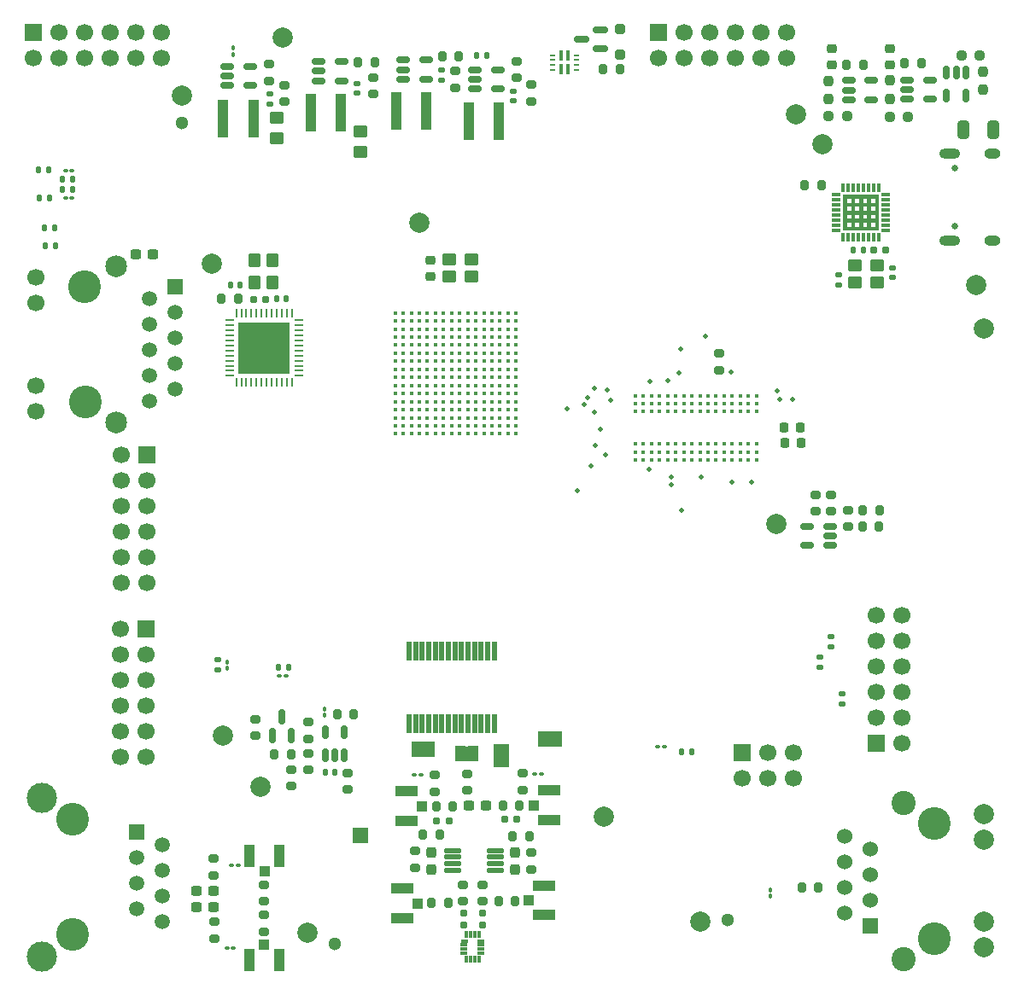
<source format=gbr>
G04 #@! TF.GenerationSoftware,KiCad,Pcbnew,9.0.3-9.0.3-0~ubuntu24.04.1*
G04 #@! TF.CreationDate,2025-07-29T11:11:21+02:00*
G04 #@! TF.ProjectId,acoustic-carrier-board,61636f75-7374-4696-932d-636172726965,rev?*
G04 #@! TF.SameCoordinates,Original*
G04 #@! TF.FileFunction,Soldermask,Top*
G04 #@! TF.FilePolarity,Negative*
%FSLAX46Y46*%
G04 Gerber Fmt 4.6, Leading zero omitted, Abs format (unit mm)*
G04 Created by KiCad (PCBNEW 9.0.3-9.0.3-0~ubuntu24.04.1) date 2025-07-29 11:11:21*
%MOMM*%
%LPD*%
G01*
G04 APERTURE LIST*
G04 Aperture macros list*
%AMRoundRect*
0 Rectangle with rounded corners*
0 $1 Rounding radius*
0 $2 $3 $4 $5 $6 $7 $8 $9 X,Y pos of 4 corners*
0 Add a 4 corners polygon primitive as box body*
4,1,4,$2,$3,$4,$5,$6,$7,$8,$9,$2,$3,0*
0 Add four circle primitives for the rounded corners*
1,1,$1+$1,$2,$3*
1,1,$1+$1,$4,$5*
1,1,$1+$1,$6,$7*
1,1,$1+$1,$8,$9*
0 Add four rect primitives between the rounded corners*
20,1,$1+$1,$2,$3,$4,$5,0*
20,1,$1+$1,$4,$5,$6,$7,0*
20,1,$1+$1,$6,$7,$8,$9,0*
20,1,$1+$1,$8,$9,$2,$3,0*%
G04 Aperture macros list end*
%ADD10C,0.000000*%
%ADD11RoundRect,0.200000X0.200000X0.275000X-0.200000X0.275000X-0.200000X-0.275000X0.200000X-0.275000X0*%
%ADD12RoundRect,0.150000X-0.512500X-0.150000X0.512500X-0.150000X0.512500X0.150000X-0.512500X0.150000X0*%
%ADD13C,0.500000*%
%ADD14R,1.500000X1.000000*%
%ADD15RoundRect,0.237500X0.237500X-0.300000X0.237500X0.300000X-0.237500X0.300000X-0.237500X-0.300000X0*%
%ADD16RoundRect,0.237500X-0.300000X-0.237500X0.300000X-0.237500X0.300000X0.237500X-0.300000X0.237500X0*%
%ADD17RoundRect,0.135000X-0.185000X0.135000X-0.185000X-0.135000X0.185000X-0.135000X0.185000X0.135000X0*%
%ADD18RoundRect,0.140000X0.170000X-0.140000X0.170000X0.140000X-0.170000X0.140000X-0.170000X-0.140000X0*%
%ADD19C,0.446000*%
%ADD20C,2.000000*%
%ADD21C,3.250000*%
%ADD22R,1.500000X1.500000*%
%ADD23C,1.500000*%
%ADD24C,3.000000*%
%ADD25RoundRect,0.135000X-0.135000X-0.185000X0.135000X-0.185000X0.135000X0.185000X-0.135000X0.185000X0*%
%ADD26RoundRect,0.010000X-0.225000X0.875000X-0.225000X-0.875000X0.225000X-0.875000X0.225000X0.875000X0*%
%ADD27RoundRect,0.150000X0.587500X0.150000X-0.587500X0.150000X-0.587500X-0.150000X0.587500X-0.150000X0*%
%ADD28R,1.700000X1.700000*%
%ADD29C,1.700000*%
%ADD30RoundRect,0.200000X-0.275000X0.200000X-0.275000X-0.200000X0.275000X-0.200000X0.275000X0.200000X0*%
%ADD31RoundRect,0.135000X0.135000X0.185000X-0.135000X0.185000X-0.135000X-0.185000X0.135000X-0.185000X0*%
%ADD32RoundRect,0.100000X-0.130000X-0.100000X0.130000X-0.100000X0.130000X0.100000X-0.130000X0.100000X0*%
%ADD33C,0.430000*%
%ADD34RoundRect,0.200000X-0.200000X-0.275000X0.200000X-0.275000X0.200000X0.275000X-0.200000X0.275000X0*%
%ADD35RoundRect,0.160000X0.197500X0.160000X-0.197500X0.160000X-0.197500X-0.160000X0.197500X-0.160000X0*%
%ADD36RoundRect,0.200000X0.275000X-0.200000X0.275000X0.200000X-0.275000X0.200000X-0.275000X-0.200000X0*%
%ADD37R,1.000000X1.500000*%
%ADD38RoundRect,0.135000X0.185000X-0.135000X0.185000X0.135000X-0.185000X0.135000X-0.185000X-0.135000X0*%
%ADD39RoundRect,0.250000X-0.450000X0.350000X-0.450000X-0.350000X0.450000X-0.350000X0.450000X0.350000X0*%
%ADD40RoundRect,0.237500X0.250000X0.237500X-0.250000X0.237500X-0.250000X-0.237500X0.250000X-0.237500X0*%
%ADD41RoundRect,0.237500X-0.250000X-0.237500X0.250000X-0.237500X0.250000X0.237500X-0.250000X0.237500X0*%
%ADD42RoundRect,0.218750X-0.256250X0.218750X-0.256250X-0.218750X0.256250X-0.218750X0.256250X0.218750X0*%
%ADD43RoundRect,0.100000X0.130000X0.100000X-0.130000X0.100000X-0.130000X-0.100000X0.130000X-0.100000X0*%
%ADD44RoundRect,0.100000X0.100000X-0.130000X0.100000X0.130000X-0.100000X0.130000X-0.100000X-0.130000X0*%
%ADD45RoundRect,0.218750X-0.218750X-0.256250X0.218750X-0.256250X0.218750X0.256250X-0.218750X0.256250X0*%
%ADD46R,1.100000X3.700000*%
%ADD47C,1.300000*%
%ADD48RoundRect,0.237500X0.300000X0.237500X-0.300000X0.237500X-0.300000X-0.237500X0.300000X-0.237500X0*%
%ADD49RoundRect,0.237500X0.237500X-0.250000X0.237500X0.250000X-0.237500X0.250000X-0.237500X-0.250000X0*%
%ADD50RoundRect,0.150000X0.512500X0.150000X-0.512500X0.150000X-0.512500X-0.150000X0.512500X-0.150000X0*%
%ADD51R,1.000000X1.050000*%
%ADD52R,1.050000X2.200000*%
%ADD53C,3.249981*%
%ADD54R,1.524000X1.524000*%
%ADD55C,1.524000*%
%ADD56C,1.999996*%
%ADD57C,2.400046*%
%ADD58RoundRect,0.062500X-0.375000X-0.062500X0.375000X-0.062500X0.375000X0.062500X-0.375000X0.062500X0*%
%ADD59RoundRect,0.062500X-0.062500X-0.375000X0.062500X-0.375000X0.062500X0.375000X-0.062500X0.375000X0*%
%ADD60R,5.150000X5.150000*%
%ADD61R,1.050000X1.000000*%
%ADD62R,2.200000X1.050000*%
%ADD63RoundRect,0.237500X-0.237500X0.250000X-0.237500X-0.250000X0.237500X-0.250000X0.237500X0.250000X0*%
%ADD64RoundRect,0.140000X0.140000X0.170000X-0.140000X0.170000X-0.140000X-0.170000X0.140000X-0.170000X0*%
%ADD65RoundRect,0.250000X0.450000X0.350000X-0.450000X0.350000X-0.450000X-0.350000X0.450000X-0.350000X0*%
%ADD66RoundRect,0.250000X0.325000X0.650000X-0.325000X0.650000X-0.325000X-0.650000X0.325000X-0.650000X0*%
%ADD67R,0.399999X1.050000*%
%ADD68R,0.599999X0.200000*%
%ADD69RoundRect,0.150000X0.150000X-0.512500X0.150000X0.512500X-0.150000X0.512500X-0.150000X-0.512500X0*%
%ADD70RoundRect,0.010000X-0.406400X0.127000X-0.406400X-0.127000X0.406400X-0.127000X0.406400X0.127000X0*%
%ADD71RoundRect,0.010000X0.127000X0.406400X-0.127000X0.406400X-0.127000X-0.406400X0.127000X-0.406400X0*%
%ADD72RoundRect,0.140000X-0.140000X-0.170000X0.140000X-0.170000X0.140000X0.170000X-0.140000X0.170000X0*%
%ADD73RoundRect,0.150000X-0.150000X0.512500X-0.150000X-0.512500X0.150000X-0.512500X0.150000X0.512500X0*%
%ADD74RoundRect,0.045625X0.305375X0.136875X-0.305375X0.136875X-0.305375X-0.136875X0.305375X-0.136875X0*%
%ADD75RoundRect,0.045000X0.256500X0.135000X-0.256500X0.135000X-0.256500X-0.135000X0.256500X-0.135000X0*%
%ADD76RoundRect,0.045000X-0.135000X0.256500X-0.135000X-0.256500X0.135000X-0.256500X0.135000X0.256500X0*%
%ADD77RoundRect,0.250000X-0.250000X0.250000X-0.250000X-0.250000X0.250000X-0.250000X0.250000X0.250000X0*%
%ADD78RoundRect,0.237500X-0.237500X0.300000X-0.237500X-0.300000X0.237500X-0.300000X0.237500X0.300000X0*%
%ADD79RoundRect,0.225000X0.250000X-0.225000X0.250000X0.225000X-0.250000X0.225000X-0.250000X-0.225000X0*%
%ADD80RoundRect,0.165000X0.165000X-0.202500X0.165000X0.202500X-0.165000X0.202500X-0.165000X-0.202500X0*%
%ADD81RoundRect,0.160000X-0.197500X-0.160000X0.197500X-0.160000X0.197500X0.160000X-0.197500X0.160000X0*%
%ADD82R,1.520000X1.520000*%
%ADD83C,1.520000*%
%ADD84C,2.160000*%
%ADD85RoundRect,0.125500X0.688000X0.125500X-0.688000X0.125500X-0.688000X-0.125500X0.688000X-0.125500X0*%
%ADD86RoundRect,0.250000X-0.350000X0.450000X-0.350000X-0.450000X0.350000X-0.450000X0.350000X0.450000X0*%
%ADD87RoundRect,0.160000X0.160000X-0.197500X0.160000X0.197500X-0.160000X0.197500X-0.160000X-0.197500X0*%
%ADD88RoundRect,0.150000X0.150000X-0.587500X0.150000X0.587500X-0.150000X0.587500X-0.150000X-0.587500X0*%
%ADD89C,0.650000*%
%ADD90O,1.600000X1.000000*%
%ADD91O,2.100000X1.000000*%
G04 APERTURE END LIST*
G36*
X92710000Y-125900000D02*
G01*
X94210000Y-125900000D01*
X94210000Y-125600000D01*
X92710000Y-125600000D01*
X92710000Y-125900000D01*
G37*
G36*
X85510000Y-124390000D02*
G01*
X85810000Y-124390000D01*
X85810000Y-125890000D01*
X85510000Y-125890000D01*
X85510000Y-124390000D01*
G37*
G36*
X98110000Y-123350000D02*
G01*
X98410000Y-123350000D01*
X98410000Y-124850000D01*
X98110000Y-124850000D01*
X98110000Y-123350000D01*
G37*
D10*
G36*
X127717800Y-73673300D02*
G01*
X127333600Y-73673300D01*
X127333600Y-70142700D01*
X127717800Y-70142700D01*
X127717800Y-73673300D01*
G37*
G36*
X128505200Y-73673300D02*
G01*
X128117800Y-73673300D01*
X128117800Y-70142700D01*
X128505200Y-70142700D01*
X128505200Y-73673300D01*
G37*
G36*
X129292600Y-73673300D02*
G01*
X128905200Y-73673300D01*
X128905200Y-70142700D01*
X129292600Y-70142700D01*
X129292600Y-73673300D01*
G37*
G36*
X130080000Y-73673300D02*
G01*
X129692600Y-73673300D01*
X129692600Y-70142700D01*
X130080000Y-70142700D01*
X130080000Y-73673300D01*
G37*
G36*
X130864200Y-70526900D02*
G01*
X127333600Y-70526900D01*
X127333600Y-70142700D01*
X130864200Y-70142700D01*
X130864200Y-70526900D01*
G37*
G36*
X130864200Y-71314300D02*
G01*
X127333600Y-71314300D01*
X127333600Y-70926900D01*
X130864200Y-70926900D01*
X130864200Y-71314300D01*
G37*
G36*
X130864200Y-72101700D02*
G01*
X127333600Y-72101700D01*
X127333600Y-71714300D01*
X130864200Y-71714300D01*
X130864200Y-72101700D01*
G37*
G36*
X130864200Y-72889100D02*
G01*
X127333600Y-72889100D01*
X127333600Y-72501700D01*
X130864200Y-72501700D01*
X130864200Y-72889100D01*
G37*
G36*
X130864200Y-73673300D02*
G01*
X127333600Y-73673300D01*
X127333600Y-73289100D01*
X130864200Y-73289100D01*
X130864200Y-73673300D01*
G37*
G36*
X130864200Y-73673300D02*
G01*
X130480000Y-73673300D01*
X130480000Y-70142700D01*
X130864200Y-70142700D01*
X130864200Y-73673300D01*
G37*
G36*
X90160000Y-126350000D02*
G01*
X89860000Y-126350000D01*
X89860000Y-124850000D01*
X90160000Y-124850000D01*
X90160000Y-126350000D01*
G37*
D11*
X89230000Y-56365000D03*
X87580000Y-56365000D03*
D12*
X133617500Y-58730000D03*
X133617500Y-59680000D03*
X133617500Y-60630000D03*
X135892500Y-60630000D03*
X135892500Y-58730000D03*
D13*
X101950000Y-90270000D03*
X102780000Y-94960000D03*
D14*
X93460000Y-126400000D03*
X93460000Y-125100000D03*
D15*
X86517500Y-137092500D03*
X86517500Y-135367500D03*
D16*
X63195000Y-139215000D03*
X64920000Y-139215000D03*
D17*
X127190000Y-119610000D03*
X127190000Y-120630000D03*
D18*
X79155000Y-60045000D03*
X79155000Y-59085000D03*
D19*
X106720000Y-96450000D03*
X106720000Y-95650000D03*
X106720000Y-94850000D03*
X106720000Y-91650000D03*
X106720000Y-90850000D03*
X106720000Y-90050000D03*
X107520000Y-96450000D03*
X107520000Y-95650000D03*
X107520000Y-94850000D03*
X107520000Y-91650000D03*
X107520000Y-90850000D03*
X107520000Y-90050000D03*
X108320000Y-96450000D03*
X108320000Y-95650000D03*
X108320000Y-94850000D03*
X108320000Y-91650000D03*
X108320000Y-90850000D03*
X108320000Y-90050000D03*
X109120000Y-96450000D03*
X109120000Y-95650000D03*
X109120000Y-94850000D03*
X109120000Y-91650000D03*
X109120000Y-90850000D03*
X109120000Y-90050000D03*
X109920000Y-96450000D03*
X109920000Y-95650000D03*
X109920000Y-94850000D03*
X109920000Y-91650000D03*
X109920000Y-90850000D03*
X109920000Y-90050000D03*
X110720000Y-96450000D03*
X110720000Y-95650000D03*
X110720000Y-94850000D03*
X110720000Y-91650000D03*
X110720000Y-90850000D03*
X110720000Y-90050000D03*
X111520000Y-96450000D03*
X111520000Y-95650000D03*
X111520000Y-94850000D03*
X111520000Y-91650000D03*
X111520000Y-90850000D03*
X111520000Y-90050000D03*
X112320000Y-96450000D03*
X112320000Y-95650000D03*
X112320000Y-94850000D03*
X112320000Y-91650000D03*
X112320000Y-90850000D03*
X112320000Y-90050000D03*
X113120000Y-96450000D03*
X113120000Y-95650000D03*
X113120000Y-94850000D03*
X113120000Y-91650000D03*
X113120000Y-90850000D03*
X113120000Y-90050000D03*
X113920000Y-96450000D03*
X113920000Y-95650000D03*
X113920000Y-94850000D03*
X113920000Y-91650000D03*
X113920000Y-90850000D03*
X113920000Y-90050000D03*
X114720000Y-96450000D03*
X114720000Y-95650000D03*
X114720000Y-94850000D03*
X114720000Y-91650000D03*
X114720000Y-90850000D03*
X114720000Y-90050000D03*
X115520000Y-96450000D03*
X115520000Y-95650000D03*
X115520000Y-94850000D03*
X115520000Y-91650000D03*
X115520000Y-90850000D03*
X115520000Y-90050000D03*
X116320000Y-96450000D03*
X116320000Y-95650000D03*
X116320000Y-94850000D03*
X116320000Y-91650000D03*
X116320000Y-90850000D03*
X116320000Y-90050000D03*
X117120000Y-96450000D03*
X117120000Y-95650000D03*
X117120000Y-94850000D03*
X117120000Y-91650000D03*
X117120000Y-90850000D03*
X117120000Y-90050000D03*
X117920000Y-96450000D03*
X117920000Y-95650000D03*
X117920000Y-94850000D03*
X117920000Y-91650000D03*
X117920000Y-90850000D03*
X117920000Y-90050000D03*
X118720000Y-96450000D03*
X118720000Y-95650000D03*
X118720000Y-94850000D03*
X118720000Y-91650000D03*
X118720000Y-90850000D03*
X118720000Y-90050000D03*
D20*
X64740000Y-76940000D03*
D21*
X50900000Y-132110000D03*
X50900000Y-143540000D03*
D22*
X57250000Y-133380000D03*
D23*
X59790000Y-134650000D03*
X57250000Y-135920000D03*
X59790000Y-137190000D03*
X57250000Y-138460000D03*
X59790000Y-139730000D03*
X57250000Y-141000000D03*
X59790000Y-142270000D03*
D24*
X47850000Y-129975000D03*
X47850000Y-145675000D03*
D13*
X110250000Y-98160000D03*
D25*
X49910000Y-69610000D03*
X50930000Y-69610000D03*
D26*
X92735000Y-115410000D03*
X92085000Y-115410000D03*
X91435000Y-115410000D03*
X90785000Y-115410000D03*
X90135000Y-115410000D03*
X89485000Y-115410000D03*
X88835000Y-115410000D03*
X88185000Y-115410000D03*
X87535000Y-115410000D03*
X86885000Y-115410000D03*
X86235000Y-115410000D03*
X85585000Y-115410000D03*
X84935000Y-115410000D03*
X84285000Y-115410000D03*
X84285000Y-122610000D03*
X84935000Y-122610000D03*
X85585000Y-122610000D03*
X86235000Y-122610000D03*
X86885000Y-122610000D03*
X87535000Y-122610000D03*
X88185000Y-122610000D03*
X88835000Y-122610000D03*
X89485000Y-122610000D03*
X90135000Y-122610000D03*
X90785000Y-122610000D03*
X91435000Y-122610000D03*
X92085000Y-122610000D03*
X92735000Y-122610000D03*
D27*
X103227502Y-55629999D03*
X103227502Y-53729999D03*
X101352502Y-54679999D03*
D18*
X70505000Y-61095000D03*
X70505000Y-60135000D03*
D28*
X58250000Y-113220000D03*
D29*
X58250000Y-115760000D03*
X58250000Y-118300000D03*
X58250000Y-120840000D03*
X58250000Y-123380000D03*
X58250000Y-125920000D03*
X55710000Y-113220000D03*
X55710000Y-115760000D03*
X55710000Y-118300000D03*
X55710000Y-120840000D03*
X55710000Y-123380000D03*
X55710000Y-125920000D03*
D30*
X95525000Y-127535000D03*
X95525000Y-129185000D03*
D13*
X122290000Y-90460000D03*
D31*
X91980000Y-56270000D03*
X90960000Y-56270000D03*
D32*
X66710000Y-136680000D03*
X67350000Y-136680000D03*
D33*
X82900000Y-81850000D03*
X83700000Y-81850000D03*
X84500000Y-81850000D03*
X85300000Y-81850000D03*
X86100000Y-81850000D03*
X86900000Y-81850000D03*
X87700000Y-81850000D03*
X88500000Y-81850000D03*
X89300000Y-81850000D03*
X90100000Y-81850000D03*
X90900000Y-81850000D03*
X91700000Y-81850000D03*
X92500000Y-81850000D03*
X93300000Y-81850000D03*
X94100000Y-81850000D03*
X94900000Y-81850000D03*
X82900000Y-82650000D03*
X83700000Y-82650000D03*
X84500000Y-82650000D03*
X85300000Y-82650000D03*
X86100000Y-82650000D03*
X86900000Y-82650000D03*
X87700000Y-82650000D03*
X88500000Y-82650000D03*
X89300000Y-82650000D03*
X90100000Y-82650000D03*
X90900000Y-82650000D03*
X91700000Y-82650000D03*
X92500000Y-82650000D03*
X93300000Y-82650000D03*
X94100000Y-82650000D03*
X94900000Y-82650000D03*
X82900000Y-83450000D03*
X83700000Y-83450000D03*
X84500000Y-83450000D03*
X85300000Y-83450000D03*
X86100000Y-83450000D03*
X86900000Y-83450000D03*
X87700000Y-83450000D03*
X88500000Y-83450000D03*
X89300000Y-83450000D03*
X90100000Y-83450000D03*
X90900000Y-83450000D03*
X91700000Y-83450000D03*
X92500000Y-83450000D03*
X93300000Y-83450000D03*
X94100000Y-83450000D03*
X94900000Y-83450000D03*
X82900000Y-84250000D03*
X83700000Y-84250000D03*
X84500000Y-84250000D03*
X85300000Y-84250000D03*
X86100000Y-84250000D03*
X86900000Y-84250000D03*
X87700000Y-84250000D03*
X88500000Y-84250000D03*
X89300000Y-84250000D03*
X90100000Y-84250000D03*
X90900000Y-84250000D03*
X91700000Y-84250000D03*
X92500000Y-84250000D03*
X93300000Y-84250000D03*
X94100000Y-84250000D03*
X94900000Y-84250000D03*
X82900000Y-85050000D03*
X83700000Y-85050000D03*
X84500000Y-85050000D03*
X85300000Y-85050000D03*
X86100000Y-85050000D03*
X86900000Y-85050000D03*
X87700000Y-85050000D03*
X88500000Y-85050000D03*
X89300000Y-85050000D03*
X90100000Y-85050000D03*
X90900000Y-85050000D03*
X91700000Y-85050000D03*
X92500000Y-85050000D03*
X93300000Y-85050000D03*
X94100000Y-85050000D03*
X94900000Y-85050000D03*
X82900000Y-85850000D03*
X83700000Y-85850000D03*
X84500000Y-85850000D03*
X85300000Y-85850000D03*
X86100000Y-85850000D03*
X86900000Y-85850000D03*
X87700000Y-85850000D03*
X88500000Y-85850000D03*
X89300000Y-85850000D03*
X90100000Y-85850000D03*
X90900000Y-85850000D03*
X91700000Y-85850000D03*
X92500000Y-85850000D03*
X93300000Y-85850000D03*
X94100000Y-85850000D03*
X94900000Y-85850000D03*
X82900000Y-86650000D03*
X83700000Y-86650000D03*
X84500000Y-86650000D03*
X85300000Y-86650000D03*
X86100000Y-86650000D03*
X86900000Y-86650000D03*
X87700000Y-86650000D03*
X88500000Y-86650000D03*
X89300000Y-86650000D03*
X90100000Y-86650000D03*
X90900000Y-86650000D03*
X91700000Y-86650000D03*
X92500000Y-86650000D03*
X93300000Y-86650000D03*
X94100000Y-86650000D03*
X94900000Y-86650000D03*
X82900000Y-87450000D03*
X83700000Y-87450000D03*
X84500000Y-87450000D03*
X85300000Y-87450000D03*
X86100000Y-87450000D03*
X86900000Y-87450000D03*
X87700000Y-87450000D03*
X88500000Y-87450000D03*
X89300000Y-87450000D03*
X90100000Y-87450000D03*
X90900000Y-87450000D03*
X91700000Y-87450000D03*
X92500000Y-87450000D03*
X93300000Y-87450000D03*
X94100000Y-87450000D03*
X94900000Y-87450000D03*
X82900000Y-88250000D03*
X83700000Y-88250000D03*
X84500000Y-88250000D03*
X85300000Y-88250000D03*
X86100000Y-88250000D03*
X86900000Y-88250000D03*
X87700000Y-88250000D03*
X88500000Y-88250000D03*
X89300000Y-88250000D03*
X90100000Y-88250000D03*
X90900000Y-88250000D03*
X91700000Y-88250000D03*
X92500000Y-88250000D03*
X93300000Y-88250000D03*
X94100000Y-88250000D03*
X94900000Y-88250000D03*
X82900000Y-89050000D03*
X83700000Y-89050000D03*
X84500000Y-89050000D03*
X85300000Y-89050000D03*
X86100000Y-89050000D03*
X86900000Y-89050000D03*
X87700000Y-89050000D03*
X88500000Y-89050000D03*
X89300000Y-89050000D03*
X90100000Y-89050000D03*
X90900000Y-89050000D03*
X91700000Y-89050000D03*
X92500000Y-89050000D03*
X93300000Y-89050000D03*
X94100000Y-89050000D03*
X94900000Y-89050000D03*
X82900000Y-89850000D03*
X83700000Y-89850000D03*
X84500000Y-89850000D03*
X85300000Y-89850000D03*
X86100000Y-89850000D03*
X86900000Y-89850000D03*
X87700000Y-89850000D03*
X88500000Y-89850000D03*
X89300000Y-89850000D03*
X90100000Y-89850000D03*
X90900000Y-89850000D03*
X91700000Y-89850000D03*
X92500000Y-89850000D03*
X93300000Y-89850000D03*
X94100000Y-89850000D03*
X94900000Y-89850000D03*
X82900000Y-90650000D03*
X83700000Y-90650000D03*
X84500000Y-90650000D03*
X85300000Y-90650000D03*
X86100000Y-90650000D03*
X86900000Y-90650000D03*
X87700000Y-90650000D03*
X88500000Y-90650000D03*
X89300000Y-90650000D03*
X90100000Y-90650000D03*
X90900000Y-90650000D03*
X91700000Y-90650000D03*
X92500000Y-90650000D03*
X93300000Y-90650000D03*
X94100000Y-90650000D03*
X94900000Y-90650000D03*
X82900000Y-91450000D03*
X83700000Y-91450000D03*
X84500000Y-91450000D03*
X85300000Y-91450000D03*
X86100000Y-91450000D03*
X86900000Y-91450000D03*
X87700000Y-91450000D03*
X88500000Y-91450000D03*
X89300000Y-91450000D03*
X90100000Y-91450000D03*
X90900000Y-91450000D03*
X91700000Y-91450000D03*
X92500000Y-91450000D03*
X93300000Y-91450000D03*
X94100000Y-91450000D03*
X94900000Y-91450000D03*
X82900000Y-92250000D03*
X83700000Y-92250000D03*
X84500000Y-92250000D03*
X85300000Y-92250000D03*
X86100000Y-92250000D03*
X86900000Y-92250000D03*
X87700000Y-92250000D03*
X88500000Y-92250000D03*
X89300000Y-92250000D03*
X90100000Y-92250000D03*
X90900000Y-92250000D03*
X91700000Y-92250000D03*
X92500000Y-92250000D03*
X93300000Y-92250000D03*
X94100000Y-92250000D03*
X94900000Y-92250000D03*
X82900000Y-93050000D03*
X83700000Y-93050000D03*
X84500000Y-93050000D03*
X85300000Y-93050000D03*
X86100000Y-93050000D03*
X86900000Y-93050000D03*
X87700000Y-93050000D03*
X88500000Y-93050000D03*
X89300000Y-93050000D03*
X90100000Y-93050000D03*
X90900000Y-93050000D03*
X91700000Y-93050000D03*
X92500000Y-93050000D03*
X93300000Y-93050000D03*
X94100000Y-93050000D03*
X94900000Y-93050000D03*
X82900000Y-93850000D03*
X83700000Y-93850000D03*
X84500000Y-93850000D03*
X85300000Y-93850000D03*
X86100000Y-93850000D03*
X86900000Y-93850000D03*
X87700000Y-93850000D03*
X88500000Y-93850000D03*
X89300000Y-93850000D03*
X90100000Y-93850000D03*
X90900000Y-93850000D03*
X91700000Y-93850000D03*
X92500000Y-93850000D03*
X93300000Y-93850000D03*
X94100000Y-93850000D03*
X94900000Y-93850000D03*
D34*
X77150000Y-121667500D03*
X78800000Y-121667500D03*
D35*
X70040000Y-80485000D03*
X68845000Y-80485000D03*
D13*
X102310000Y-97070000D03*
X121020000Y-90470000D03*
D20*
X74250000Y-143370000D03*
D36*
X74265000Y-124115000D03*
X74265000Y-122465000D03*
D37*
X85010000Y-125140000D03*
X86310000Y-125140000D03*
D13*
X111320000Y-101430000D03*
D38*
X124990000Y-117010000D03*
X124990000Y-115990000D03*
D39*
X79480000Y-63850000D03*
X79480000Y-65850000D03*
D36*
X126122250Y-101530000D03*
X126122250Y-99880000D03*
D13*
X120760000Y-89570000D03*
D31*
X129330000Y-75613000D03*
X128310000Y-75613000D03*
D25*
X47660000Y-70480000D03*
X48680000Y-70480000D03*
D11*
X94785000Y-140180000D03*
X93135000Y-140180000D03*
D13*
X108200000Y-88610000D03*
D30*
X124572250Y-99880000D03*
X124572250Y-101530000D03*
D40*
X127692500Y-62325000D03*
X125867500Y-62325000D03*
D28*
X58295000Y-95895000D03*
D29*
X58295000Y-98435000D03*
X58295000Y-100975000D03*
X58295000Y-103515000D03*
X58295000Y-106055000D03*
X58295000Y-108595000D03*
X55755000Y-95895000D03*
X55755000Y-98435000D03*
X55755000Y-100975000D03*
X55755000Y-103515000D03*
X55755000Y-106055000D03*
X55755000Y-108595000D03*
D11*
X125155000Y-69150000D03*
X123505000Y-69150000D03*
D32*
X108960000Y-124880000D03*
X109600000Y-124880000D03*
D41*
X139055000Y-56337500D03*
X140880000Y-56337500D03*
D13*
X118280000Y-98660000D03*
D12*
X66280000Y-57395000D03*
X66280000Y-58345000D03*
X66280000Y-59295000D03*
X68555000Y-59295000D03*
X68555000Y-57395000D03*
D36*
X115020000Y-87515000D03*
X115020000Y-85865000D03*
D42*
X131955000Y-55625000D03*
X131955000Y-57200000D03*
D11*
X130872250Y-103005000D03*
X129222250Y-103005000D03*
D20*
X125230000Y-65090000D03*
D34*
X127667500Y-57225000D03*
X129317500Y-57225000D03*
D22*
X79430000Y-133730000D03*
D11*
X72590000Y-125620000D03*
X70940000Y-125620000D03*
D43*
X50850000Y-67720000D03*
X50210000Y-67720000D03*
D13*
X103910000Y-89500000D03*
D25*
X47520000Y-67680000D03*
X48540000Y-67680000D03*
D30*
X96417500Y-135417500D03*
X96417500Y-137067500D03*
D12*
X75317500Y-56915000D03*
X75317500Y-57865000D03*
X75317500Y-58815000D03*
X77592500Y-58815000D03*
X77592500Y-56915000D03*
D30*
X91600000Y-138565000D03*
X91600000Y-140215000D03*
D44*
X120120000Y-139720000D03*
X120120000Y-139080000D03*
D13*
X116210000Y-87750000D03*
D45*
X121482500Y-93220000D03*
X123057500Y-93220000D03*
D34*
X129262250Y-101405000D03*
X130912250Y-101405000D03*
D46*
X90205000Y-62815000D03*
X93205000Y-62815000D03*
D13*
X102680000Y-91740000D03*
D25*
X49900000Y-68600000D03*
X50920000Y-68600000D03*
D47*
X61770000Y-62990000D03*
D35*
X94982500Y-132110000D03*
X93787500Y-132110000D03*
D11*
X96210000Y-133760000D03*
X94560000Y-133760000D03*
D13*
X102680000Y-89310000D03*
D48*
X58902500Y-76020000D03*
X57177500Y-76020000D03*
D25*
X48180000Y-75180000D03*
X49200000Y-75180000D03*
D28*
X47000000Y-54000000D03*
D29*
X47000000Y-56540000D03*
X49540000Y-54000000D03*
X49540000Y-56540000D03*
X52080000Y-54000000D03*
X52080000Y-56540000D03*
X54620000Y-54000000D03*
X54620000Y-56540000D03*
X57160000Y-54000000D03*
X57160000Y-56540000D03*
X59700000Y-54000000D03*
X59700000Y-56540000D03*
D18*
X132230000Y-78350000D03*
X132230000Y-77390000D03*
D30*
X69930000Y-141605000D03*
X69930000Y-143255000D03*
D18*
X65310000Y-117242500D03*
X65310000Y-116282500D03*
D42*
X126167500Y-55650000D03*
X126167500Y-57225000D03*
D13*
X101670000Y-90940000D03*
D46*
X65855000Y-62570000D03*
X68855000Y-62570000D03*
D49*
X131955000Y-60612500D03*
X131955000Y-58787500D03*
D50*
X126047250Y-104905000D03*
X126047250Y-103955000D03*
X126047250Y-103005000D03*
X123772250Y-103005000D03*
X123772250Y-104905000D03*
D47*
X76950000Y-144420000D03*
D51*
X69960000Y-137235000D03*
D52*
X68485000Y-135710000D03*
X71435000Y-135710000D03*
D11*
X67335000Y-80400000D03*
X65685000Y-80400000D03*
D45*
X121552500Y-94770000D03*
X123127500Y-94770000D03*
D53*
X136355000Y-132480160D03*
X136355000Y-143900000D03*
D54*
X130005000Y-142630000D03*
D55*
X127465000Y-141370160D03*
X130005000Y-140090000D03*
X127465000Y-138830160D03*
X130005000Y-137550000D03*
X127465000Y-136290160D03*
X130005000Y-135010000D03*
X127465000Y-133750160D03*
D56*
X141254914Y-144815162D03*
X141254914Y-142275162D03*
X141254914Y-134104998D03*
X141254914Y-131564998D03*
D57*
X133304968Y-145940128D03*
X133304968Y-130440032D03*
D32*
X66240000Y-144830000D03*
X66880000Y-144830000D03*
D13*
X111210000Y-85400000D03*
D38*
X126130000Y-115010000D03*
X126130000Y-113990000D03*
D13*
X109920000Y-88570000D03*
D37*
X97610000Y-124100000D03*
X98910000Y-124100000D03*
D13*
X108110000Y-97350000D03*
D58*
X66467500Y-82585000D03*
X66467500Y-83085000D03*
X66467500Y-83585000D03*
X66467500Y-84085000D03*
X66467500Y-84585000D03*
X66467500Y-85085000D03*
X66467500Y-85585000D03*
X66467500Y-86085000D03*
X66467500Y-86585000D03*
X66467500Y-87085000D03*
X66467500Y-87585000D03*
X66467500Y-88085000D03*
D59*
X67155000Y-88772500D03*
X67655000Y-88772500D03*
X68155000Y-88772500D03*
X68655000Y-88772500D03*
X69155000Y-88772500D03*
X69655000Y-88772500D03*
X70155000Y-88772500D03*
X70655000Y-88772500D03*
X71155000Y-88772500D03*
X71655000Y-88772500D03*
X72155000Y-88772500D03*
X72655000Y-88772500D03*
D58*
X73342500Y-88085000D03*
X73342500Y-87585000D03*
X73342500Y-87085000D03*
X73342500Y-86585000D03*
X73342500Y-86085000D03*
X73342500Y-85585000D03*
X73342500Y-85085000D03*
X73342500Y-84585000D03*
X73342500Y-84085000D03*
X73342500Y-83585000D03*
X73342500Y-83085000D03*
X73342500Y-82585000D03*
D59*
X72655000Y-81897500D03*
X72155000Y-81897500D03*
X71655000Y-81897500D03*
X71155000Y-81897500D03*
X70655000Y-81897500D03*
X70155000Y-81897500D03*
X69655000Y-81897500D03*
X69155000Y-81897500D03*
X68655000Y-81897500D03*
X68155000Y-81897500D03*
X67655000Y-81897500D03*
X67155000Y-81897500D03*
D60*
X69905000Y-85335000D03*
D61*
X96135000Y-140130000D03*
D62*
X97660000Y-138655000D03*
X97660000Y-141605000D03*
D63*
X141217500Y-57875000D03*
X141217500Y-59700000D03*
D28*
X109000000Y-54000000D03*
D29*
X109000000Y-56540000D03*
X111540000Y-54000000D03*
X111540000Y-56540000D03*
X114080000Y-54000000D03*
X114080000Y-56540000D03*
X116620000Y-54000000D03*
X116620000Y-56540000D03*
X119160000Y-54000000D03*
X119160000Y-56540000D03*
X121700000Y-54000000D03*
X121700000Y-56540000D03*
D20*
X140540000Y-79100000D03*
D18*
X126910000Y-79043000D03*
X126910000Y-78083000D03*
D13*
X111010000Y-87800000D03*
D64*
X72110000Y-80400000D03*
X71150000Y-80400000D03*
D65*
X130710000Y-77163000D03*
X128510000Y-77163000D03*
X128510000Y-78863000D03*
X130710000Y-78863000D03*
D66*
X142175000Y-63640000D03*
X139225000Y-63640000D03*
D67*
X99375002Y-57695000D03*
X100075001Y-57695000D03*
D68*
X100850000Y-57770001D03*
X100850000Y-57270000D03*
X100850000Y-56770000D03*
X100850000Y-56269999D03*
D67*
X100075001Y-56345000D03*
X99375002Y-56345000D03*
D68*
X98550002Y-56269999D03*
X98550002Y-56770000D03*
X98550002Y-57270000D03*
X98550002Y-57770001D03*
D40*
X133767500Y-62400000D03*
X131942500Y-62400000D03*
D61*
X85572500Y-130800000D03*
D62*
X84047500Y-132275000D03*
X84047500Y-129325000D03*
D36*
X127767250Y-103050000D03*
X127767250Y-101400000D03*
X94930000Y-58540000D03*
X94930000Y-56890000D03*
D30*
X89630000Y-138575000D03*
X89630000Y-140225000D03*
D13*
X110300000Y-98860000D03*
D11*
X80867500Y-57010000D03*
X79217500Y-57010000D03*
D64*
X72325000Y-116977500D03*
X71365000Y-116977500D03*
D13*
X113260000Y-98130000D03*
D69*
X75975000Y-125712500D03*
X76925000Y-125712500D03*
X77875000Y-125712500D03*
X77875000Y-123437500D03*
X75975000Y-123437500D03*
D13*
X100970000Y-99500000D03*
D16*
X90222500Y-130745000D03*
X91947500Y-130745000D03*
D61*
X85162500Y-140460000D03*
D62*
X83637500Y-141935000D03*
X83637500Y-138985000D03*
D70*
X131550000Y-73686000D03*
X131550000Y-73178000D03*
X131550000Y-72670000D03*
X131550000Y-72162000D03*
X131550000Y-71654000D03*
X131550000Y-71146000D03*
X131550000Y-70638000D03*
X131550000Y-70130000D03*
D71*
X130876900Y-69456900D03*
X130368900Y-69456900D03*
X129860900Y-69456900D03*
X129352900Y-69456900D03*
X128844900Y-69456900D03*
X128336900Y-69456900D03*
X127828900Y-69456900D03*
X127320900Y-69456900D03*
D70*
X126647800Y-70130000D03*
X126647800Y-70638000D03*
X126647800Y-71146000D03*
X126647800Y-71654000D03*
X126647800Y-72162000D03*
X126647800Y-72670000D03*
X126647800Y-73178000D03*
X126647800Y-73686000D03*
D71*
X127320900Y-74359100D03*
X127828900Y-74359100D03*
X128336900Y-74359100D03*
X128844900Y-74359100D03*
X129352900Y-74359100D03*
X129860900Y-74359100D03*
X130368900Y-74359100D03*
X130876900Y-74359100D03*
D20*
X71720000Y-54490000D03*
D31*
X112290000Y-125390000D03*
X111270000Y-125390000D03*
D72*
X66580000Y-79090000D03*
X67540000Y-79090000D03*
D30*
X88817500Y-57860000D03*
X88817500Y-59510000D03*
D73*
X139467500Y-58012500D03*
X138517500Y-58012500D03*
X137567500Y-58012500D03*
X137567500Y-60287500D03*
X139467500Y-60287500D03*
D36*
X64930000Y-137655000D03*
X64930000Y-136005000D03*
D74*
X89796500Y-144160000D03*
D75*
X89746500Y-144560000D03*
X89746500Y-144960000D03*
X89746500Y-145360000D03*
D76*
X89991500Y-146005000D03*
X90391500Y-146005000D03*
X90791500Y-146005000D03*
X91191500Y-146005000D03*
D75*
X91436500Y-145360000D03*
X91436500Y-144960000D03*
X91436500Y-144560000D03*
X91436500Y-144160000D03*
D76*
X91191500Y-143515000D03*
X90791500Y-143515000D03*
X90391500Y-143515000D03*
X89991500Y-143515000D03*
D77*
X105230000Y-53682500D03*
X105230000Y-56182500D03*
D20*
X85290000Y-72900000D03*
D36*
X69015000Y-123815000D03*
X69015000Y-122165000D03*
D20*
X61770000Y-60280000D03*
D13*
X103750000Y-95960000D03*
D28*
X130605000Y-124575000D03*
D29*
X130605000Y-122035000D03*
X130605000Y-119495000D03*
X130605000Y-116955000D03*
X130605000Y-114415000D03*
X130605000Y-111875000D03*
X133145000Y-124575000D03*
X133145000Y-122035000D03*
X133145000Y-119495000D03*
X133145000Y-116955000D03*
X133145000Y-114415000D03*
X133145000Y-111875000D03*
D12*
X127855000Y-58787500D03*
X127855000Y-59737500D03*
X127855000Y-60687500D03*
X130130000Y-60687500D03*
X130130000Y-58787500D03*
D36*
X84867500Y-136905000D03*
X84867500Y-135255000D03*
D44*
X66820000Y-56220000D03*
X66820000Y-55580000D03*
D35*
X131507500Y-75613000D03*
X130312500Y-75613000D03*
D51*
X69900000Y-144535000D03*
D52*
X71375000Y-146060000D03*
X68425000Y-146060000D03*
D36*
X78165000Y-129162500D03*
X78165000Y-127512500D03*
D72*
X75975000Y-127417500D03*
X76935000Y-127417500D03*
D78*
X94767500Y-135367500D03*
X94767500Y-137092500D03*
D43*
X85460000Y-127720000D03*
X84820000Y-127720000D03*
D79*
X86445000Y-78195000D03*
X86445000Y-76645000D03*
D16*
X63195000Y-140815000D03*
X64920000Y-140815000D03*
D13*
X113630000Y-84160000D03*
D36*
X74265000Y-127215000D03*
X74265000Y-125565000D03*
D80*
X89691500Y-142607500D03*
X89691500Y-141412500D03*
D11*
X88620000Y-130840000D03*
X86970000Y-130840000D03*
D39*
X71190000Y-62530000D03*
X71190000Y-64530000D03*
D18*
X94630000Y-60815000D03*
X94630000Y-59855000D03*
D20*
X65870000Y-123800000D03*
D13*
X104230000Y-90510000D03*
D20*
X69570000Y-128830000D03*
D13*
X103270000Y-93350000D03*
D81*
X87037500Y-132260000D03*
X88232500Y-132260000D03*
D30*
X86860000Y-127710000D03*
X86860000Y-129360000D03*
D21*
X52160000Y-90710000D03*
X52146663Y-79284562D03*
D82*
X61050000Y-79270000D03*
D83*
X58510000Y-80440000D03*
X61050000Y-81810000D03*
X58510000Y-82980000D03*
X61050000Y-84350000D03*
X58510000Y-85520000D03*
X61050000Y-86890000D03*
X58510000Y-88060000D03*
X61050000Y-89430000D03*
X58510000Y-90600000D03*
D29*
X47270000Y-78360000D03*
X47270000Y-80900000D03*
X47270000Y-89080000D03*
X47270000Y-91620000D03*
D84*
X55220000Y-92730000D03*
X55220000Y-77250000D03*
D30*
X96430000Y-59190000D03*
X96430000Y-60840000D03*
D18*
X87505000Y-58745000D03*
X87505000Y-57785000D03*
D20*
X103600000Y-131800000D03*
D34*
X85660000Y-133610000D03*
X87310000Y-133610000D03*
D32*
X96760000Y-127560000D03*
X97400000Y-127560000D03*
D37*
X90660000Y-125600000D03*
X89360000Y-125600000D03*
D85*
X92797500Y-137135000D03*
X92797500Y-136485000D03*
X92797500Y-135835000D03*
X92797500Y-135185000D03*
X88572500Y-135185000D03*
X88572500Y-135835000D03*
X88572500Y-136485000D03*
X88572500Y-137135000D03*
D25*
X48140000Y-73370000D03*
X49160000Y-73370000D03*
D30*
X71955000Y-59240000D03*
X71955000Y-60890000D03*
D36*
X90060000Y-129225000D03*
X90060000Y-127575000D03*
D28*
X117310000Y-125470000D03*
D29*
X117310000Y-128010000D03*
X119850000Y-125470000D03*
X119850000Y-128010000D03*
X122390000Y-125470000D03*
X122390000Y-128010000D03*
D34*
X103540000Y-57660000D03*
X105190000Y-57660000D03*
D36*
X72575000Y-128805000D03*
X72575000Y-127155000D03*
D44*
X66240000Y-117110000D03*
X66240000Y-116470000D03*
D49*
X125892500Y-60650000D03*
X125892500Y-58825000D03*
D46*
X74555000Y-61965000D03*
X77555000Y-61965000D03*
D61*
X96610000Y-130715000D03*
D62*
X98135000Y-129240000D03*
X98135000Y-132190000D03*
D47*
X115890000Y-142100000D03*
D34*
X93570000Y-130740000D03*
X95220000Y-130740000D03*
X123205000Y-138890000D03*
X124855000Y-138890000D03*
D43*
X72070000Y-117860000D03*
X71430000Y-117860000D03*
X50860000Y-70480000D03*
X50220000Y-70480000D03*
D11*
X88155000Y-140370000D03*
X86505000Y-140370000D03*
D36*
X65000000Y-143925000D03*
X65000000Y-142275000D03*
D46*
X83005000Y-61815000D03*
X86005000Y-61815000D03*
D20*
X122660000Y-62130000D03*
D44*
X75945000Y-121797500D03*
X75945000Y-121157500D03*
D34*
X133430000Y-57100000D03*
X135080000Y-57100000D03*
D86*
X69000000Y-76610000D03*
X69000000Y-78810000D03*
X70700000Y-78810000D03*
X70700000Y-76610000D03*
D12*
X83730000Y-56765000D03*
X83730000Y-57715000D03*
X83730000Y-58665000D03*
X86005000Y-58665000D03*
X86005000Y-56765000D03*
D13*
X99990000Y-91370000D03*
D65*
X90440000Y-76560000D03*
X88240000Y-76560000D03*
X88240000Y-78260000D03*
X90440000Y-78260000D03*
D87*
X91600000Y-142587500D03*
X91600000Y-141392500D03*
D13*
X116250000Y-98620000D03*
D30*
X80692500Y-58485000D03*
X80692500Y-60135000D03*
D36*
X69920000Y-140245000D03*
X69920000Y-138595000D03*
D20*
X113160000Y-142260000D03*
D88*
X70735000Y-123797500D03*
X72635000Y-123797500D03*
X71685000Y-121922500D03*
D36*
X70405000Y-58840000D03*
X70405000Y-57190000D03*
D12*
X90805000Y-57715000D03*
X90805000Y-58665000D03*
X90805000Y-59615000D03*
X93080000Y-59615000D03*
X93080000Y-57715000D03*
D20*
X141230000Y-83380000D03*
X120722250Y-102810000D03*
D89*
X138430000Y-67480000D03*
X138430000Y-73260000D03*
D90*
X142080000Y-66050000D03*
D91*
X137900000Y-66050000D03*
D90*
X142080000Y-74690000D03*
D91*
X137900000Y-74690000D03*
M02*

</source>
